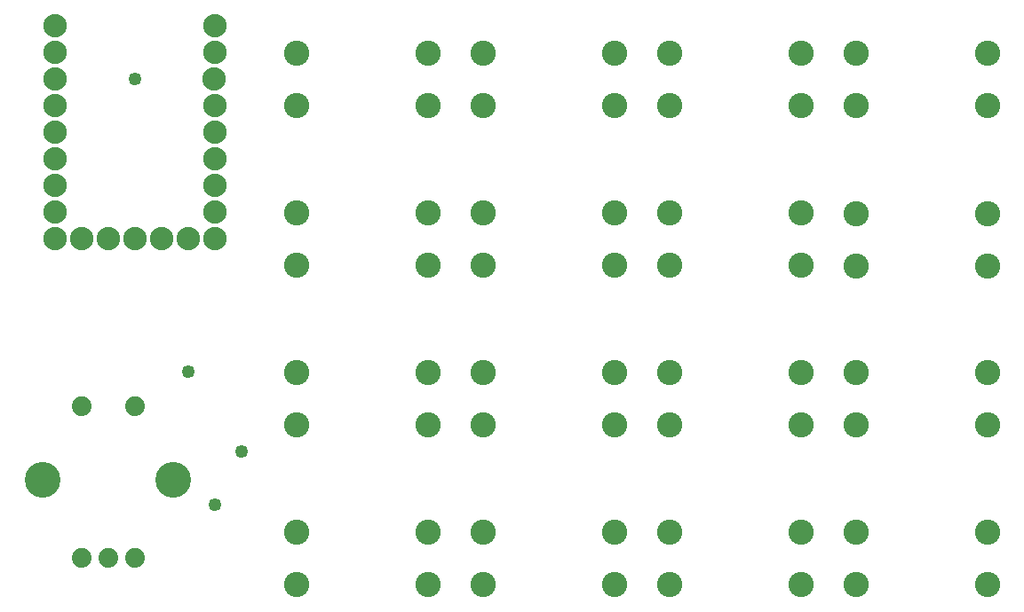
<source format=gbs>
G04 MADE WITH FRITZING*
G04 WWW.FRITZING.ORG*
G04 DOUBLE SIDED*
G04 HOLES PLATED*
G04 CONTOUR ON CENTER OF CONTOUR VECTOR*
%ASAXBY*%
%FSLAX23Y23*%
%MOIN*%
%OFA0B0*%
%SFA1.0B1.0*%
%ADD10C,0.088000*%
%ADD11C,0.095000*%
%ADD12C,0.074000*%
%ADD13C,0.134267*%
%ADD14C,0.049370*%
%LNMASK0*%
G90*
G70*
G54D10*
X296Y2329D03*
X296Y2229D03*
X296Y2129D03*
X296Y2029D03*
X296Y1929D03*
X296Y1829D03*
X296Y1729D03*
X296Y1629D03*
X296Y1529D03*
X396Y1529D03*
X496Y1529D03*
X596Y1529D03*
X696Y1529D03*
X796Y1529D03*
X896Y1529D03*
X896Y1629D03*
X896Y1729D03*
X896Y1829D03*
X896Y1929D03*
X896Y2029D03*
X895Y2129D03*
X896Y2229D03*
X896Y2329D03*
G54D11*
X3303Y426D03*
X3303Y229D03*
X3796Y229D03*
X3796Y426D03*
X2603Y426D03*
X2603Y229D03*
X3096Y229D03*
X3096Y426D03*
X1903Y426D03*
X1903Y229D03*
X2396Y229D03*
X2396Y426D03*
X1203Y426D03*
X1203Y229D03*
X1696Y229D03*
X1696Y426D03*
X3303Y1026D03*
X3303Y829D03*
X3796Y829D03*
X3796Y1026D03*
X2603Y1026D03*
X2603Y829D03*
X3096Y829D03*
X3096Y1026D03*
X1903Y1026D03*
X1903Y829D03*
X2396Y829D03*
X2396Y1026D03*
X1203Y1026D03*
X1203Y829D03*
X1696Y829D03*
X1696Y1026D03*
X3304Y1625D03*
X3304Y1428D03*
X3796Y1428D03*
X3796Y1625D03*
X2603Y1626D03*
X2603Y1429D03*
X3096Y1429D03*
X3096Y1626D03*
X1903Y1626D03*
X1903Y1429D03*
X2396Y1429D03*
X2396Y1626D03*
X1203Y1626D03*
X1203Y1429D03*
X1696Y1429D03*
X1696Y1626D03*
X3303Y2226D03*
X3303Y2029D03*
X3796Y2029D03*
X3796Y2226D03*
X2603Y2226D03*
X2603Y2029D03*
X3096Y2029D03*
X3096Y2226D03*
X1903Y2226D03*
X1903Y2029D03*
X2396Y2029D03*
X2396Y2226D03*
X1203Y2226D03*
X1203Y2029D03*
X1696Y2029D03*
X1696Y2226D03*
G54D12*
X596Y329D03*
X496Y329D03*
X396Y329D03*
G54D13*
X739Y624D03*
X249Y625D03*
G54D12*
X396Y900D03*
X596Y900D03*
G54D14*
X596Y2129D03*
X796Y1029D03*
X996Y729D03*
X896Y529D03*
G04 End of Mask0*
M02*
</source>
